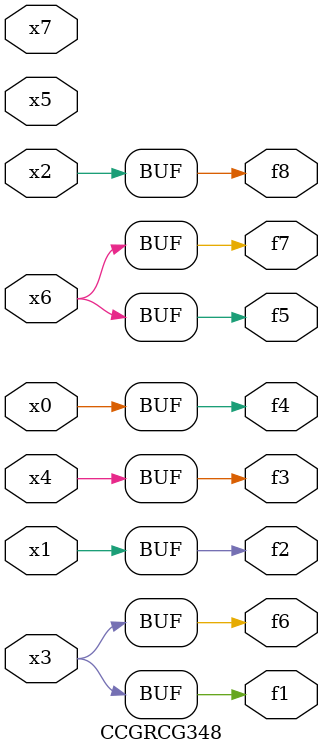
<source format=v>
module CCGRCG348(
	input x0, x1, x2, x3, x4, x5, x6, x7,
	output f1, f2, f3, f4, f5, f6, f7, f8
);
	assign f1 = x3;
	assign f2 = x1;
	assign f3 = x4;
	assign f4 = x0;
	assign f5 = x6;
	assign f6 = x3;
	assign f7 = x6;
	assign f8 = x2;
endmodule

</source>
